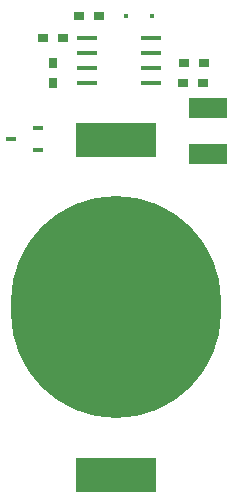
<source format=gbr>
G04 DipTrace 3.2.0.1*
G04 TopPaste.gbr*
%MOMM*%
G04 #@! TF.FileFunction,Paste,Top*
G04 #@! TF.Part,Single*
%ADD58O,17.8X18.8*%
%ADD60R,6.8X2.9*%
%ADD62R,1.8X0.4*%
%ADD70R,0.85X0.45*%
%ADD74R,0.4X0.4*%
%ADD76R,0.8X0.9*%
%ADD78R,3.2X1.7*%
%ADD80R,0.9X0.8*%
%FSLAX35Y35*%
G04*
G71*
G90*
G75*
G01*
G04 TopPaste*
%LPD*%
D80*
X-617600Y2615157D3*
X-447600D3*
X569687Y2409503D3*
X739687D3*
D78*
X776000Y1639467D3*
Y2029467D3*
D74*
X306357Y2804583D3*
X86357D3*
D70*
X-665057Y1667223D3*
Y1857223D3*
X-895057Y1762223D3*
D80*
X-313510Y2802007D3*
X-143510D3*
D76*
X-535777Y2235613D3*
Y2405613D3*
D80*
X567437Y2236083D3*
X737437D3*
D62*
X290620Y2622270D3*
Y2368270D3*
Y2495270D3*
Y2241270D3*
X-249380D3*
Y2368270D3*
Y2495270D3*
Y2622270D3*
D60*
X0Y1755500D3*
Y-1080500D3*
D58*
Y337500D3*
M02*

</source>
